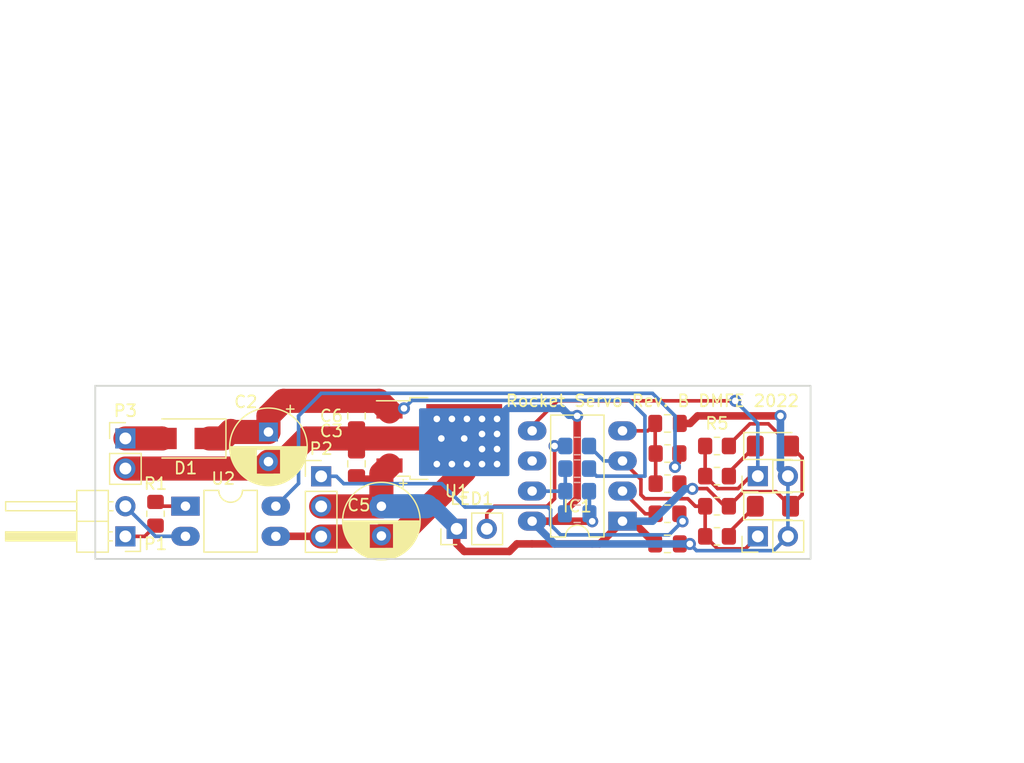
<source format=kicad_pcb>
(kicad_pcb (version 20211014) (generator pcbnew)
  (title_block (title "Rocket Servo") (date "2022-12-11") (rev "B") (company "DMFE"))
  (layers (0 "F.Cu" signal) (31 "B.Cu" signal) (34 "B.Paste" user) (35 "F.Paste" user) (36 "B.SilkS" user "B.Silkscreen") (37 "F.SilkS" user "F.Silkscreen") (38 "B.Mask" user) (39 "F.Mask" user) (44 "Edge.Cuts" user))
  (net 0 "")
  (net 1 "Net-(C1-Pad1)")
  (net 2 "GND")
  (net 3 "Net-(C2-Pad1)")
  (net 4 "+5V")
  (net 5 "Net-(D1-Pad2)")
  (net 6 "Net-(D3-Pad1)")
  (net 7 "Net-(D2-Pad1)")
  (net 9 "/BattV")
  (net 10 "Net-(P1-Pad1)")
  (net 11 "Net-(P1-Pad2)")
  (net 12 "Net-(IC1-Pad2)")
  (net 13 "Net-(IC1-Pad3)")
  (net 14 "Net-(R1-Pad1)")
  (net 15 "Net-(IC1-Pad5)")
  (net 16 "Net-(R2-Pad2)")
  (net 17 "Net-(P2-Pad1)")
  (net 18 "Net-(LED1-Pad2)")
  (footprint "Resistor_SMD:R_0805_2012Metric_Pad1.20x1.40mm_HandSolder" (layer "F.Cu") (at 144.51 88.9 180)
    (fp_text reference "R6" hide)
    (fp_text value "1K" hide)
    (pad "1" smd roundrect (at -1 0 180) (size 1.2 1.4) (layers "F.Cu" "F.Paste" "F.Mask") (roundrect_rratio 0.2083333333) (net 7 "Net-(D2-Pad1)"))
    (pad "2" smd roundrect (at 1 0 180) (size 1.2 1.4) (layers "F.Cu" "F.Paste" "F.Mask") (roundrect_rratio 0.2083333333) (net 15 "Net-(IC1-Pad5)"))
  )
  (footprint "Diode_SMD:D_SMA" (layer "F.Cu") (at 99.695 85.725 180)
    (fp_text reference "D1" (at 0 -2.5) (layer "F.SilkS"))
    (fp_text value "D" hide)
    (pad "1" smd rect (at -2 0 180) (size 2.5 1.8) (layers "F.Cu" "F.Paste" "F.Mask") (net 3 "Net-(C2-Pad1)"))
    (pad "2" smd rect (at 2 0 180) (size 2.5 1.8) (layers "F.Cu" "F.Paste" "F.Mask") (net 5 "Net-(D1-Pad2)"))
  )
  (footprint "Capacitor_SMD:C_0805_2012Metric_Pad1.18x1.45mm_HandSolder" (layer "F.Cu") (at 114.105 83.82 -90)
    (fp_text reference "C6" (at 0 2.115 180) (layer "F.SilkS"))
    (fp_text value ".1uF" hide)
    (pad "1" smd roundrect (at -1.0375 0 270) (size 1.175 1.45) (layers "F.Cu" "F.Paste" "F.Mask") (roundrect_rratio 0.2127659574) (net 3 "Net-(C2-Pad1)"))
    (pad "2" smd roundrect (at 1.0375 0 270) (size 1.175 1.45) (layers "F.Cu" "F.Paste" "F.Mask") (roundrect_rratio 0.2127659574) (net 2 "GND"))
  )
  (footprint "Connector_PinHeader_2.54mm:PinHeader_1x02_P2.54mm_Vertical" (layer "F.Cu") (at 94.615 85.72)
    (fp_text reference "P3" (at 0 -2.33) (layer "F.SilkS"))
    (fp_text value "Conn_01x02" hide)
    (pad "1" thru_hole rect (at 0 0) (size 1.7 1.7) (drill 1) (layers *.Cu *.Mask) (net 5 "Net-(D1-Pad2)"))
    (pad "2" thru_hole oval (at 0 2.54) (size 1.7 1.7) (drill 1) (layers *.Cu *.Mask) (net 2 "GND"))
  )
  (footprint "LED_SMD:LED_1206_3216Metric_Pad1.42x1.75mm_HandSolder" (layer "F.Cu") (at 149.225 91.44)
    (fp_text reference "D3" hide)
    (fp_text value "LED" hide)
    (pad "1" smd roundrect (at -1.4875 0) (size 1.425 1.75) (layers "F.Cu" "F.Paste" "F.Mask") (roundrect_rratio 0.1754392982) (net 6 "Net-(D3-Pad1)"))
    (pad "2" smd roundrect (at 1.4875 0) (size 1.425 1.75) (layers "F.Cu" "F.Paste" "F.Mask") (roundrect_rratio 0.1754392982) (net 4 "+5V"))
  )
  (footprint "Resistor_SMD:R_0805_2012Metric_Pad1.20x1.40mm_HandSolder" (layer "F.Cu") (at 140.335 92.075 180)
    (fp_text reference "R4" hide)
    (fp_text value "220R" hide)
    (pad "1" smd roundrect (at -1 0 180) (size 1.2 1.4) (layers "F.Cu" "F.Paste" "F.Mask") (roundrect_rratio 0.2083333333) (net 17 "Net-(P2-Pad1)"))
    (pad "2" smd roundrect (at 1 0 180) (size 1.2 1.4) (layers "F.Cu" "F.Paste" "F.Mask") (roundrect_rratio 0.2083333333) (net 12 "Net-(IC1-Pad2)"))
  )
  (footprint "Resistor_SMD:R_0805_2012Metric_Pad1.20x1.40mm_HandSolder" (layer "F.Cu") (at 144.51 86.36 180)
    (fp_text reference "R5" (at 0 1.905) (layer "F.SilkS"))
    (fp_text value "47K" hide)
    (pad "1" smd roundrect (at -1 0 180) (size 1.2 1.4) (layers "F.Cu" "F.Paste" "F.Mask") (roundrect_rratio 0.2083333333) (net 4 "+5V"))
    (pad "2" smd roundrect (at 1 0 180) (size 1.2 1.4) (layers "F.Cu" "F.Paste" "F.Mask") (roundrect_rratio 0.2083333333) (net 15 "Net-(IC1-Pad5)"))
  )
  (footprint "Package_TO_SOT_SMD:TO-252-3_TabPin2" (layer "F.Cu") (at 121.09 85.725)
    (fp_text reference "U1" (at 1.465 4.445) (layer "F.SilkS"))
    (fp_text value "L7805" hide)
    (pad "1" smd rect (at -4.2 -2.28) (size 2.2 1.2) (layers "F.Cu" "F.Paste" "F.Mask") (net 3 "Net-(C2-Pad1)"))
    (pad "2" smd rect (at 2.1 0) (size 6.4 5.8) (layers "F.Cu" "F.Mask") (net 2 "GND"))
    (pad "2" smd rect (at -4.2 0) (size 2.2 1.2) (layers "F.Cu" "F.Paste" "F.Mask") (net 2 "GND"))
    (pad "3" smd rect (at -4.2 2.28) (size 2.2 1.2) (layers "F.Cu" "F.Paste" "F.Mask") (net 4 "+5V"))
  )
  (footprint "LED_SMD:LED_1206_3216Metric_Pad1.42x1.75mm_HandSolder" (layer "F.Cu") (at 149.225 86.36)
    (fp_text reference "D2" hide)
    (fp_text value "LED" hide)
    (pad "1" smd roundrect (at -1.4875 0) (size 1.425 1.75) (layers "F.Cu" "F.Paste" "F.Mask") (roundrect_rratio 0.1754392982) (net 7 "Net-(D2-Pad1)"))
    (pad "2" smd roundrect (at 1.4875 0) (size 1.425 1.75) (layers "F.Cu" "F.Paste" "F.Mask") (roundrect_rratio 0.1754392982) (net 4 "+5V"))
  )
  (footprint "Connector_PinHeader_2.54mm:PinHeader_1x02_P2.54mm_Vertical" (layer "F.Cu") (at 122.555 93.345 90)
    (fp_text reference "LED1" (at 2.54 1.27 180) (layer "F.SilkS"))
    (fp_text value "Conn_01x02" hide)
    (pad "1" thru_hole rect (at 0 0 90) (size 1.7 1.7) (drill 1) (layers *.Cu *.Mask) (net 4 "+5V"))
    (pad "2" thru_hole oval (at 0 2.54 90) (size 1.7 1.7) (drill 1) (layers *.Cu *.Mask) (net 18 "Net-(LED1-Pad2)"))
  )
  (footprint "Resistor_SMD:R_0805_2012Metric_Pad1.20x1.40mm_HandSolder" (layer "F.Cu") (at 140.335 89.535 180)
    (fp_text reference "R3" hide)
    (fp_text value "10K" hide)
    (pad "1" smd roundrect (at -1 0 180) (size 1.2 1.4) (layers "F.Cu" "F.Paste" "F.Mask") (roundrect_rratio 0.2083333333) (net 4 "+5V"))
    (pad "2" smd roundrect (at 1 0 180) (size 1.2 1.4) (layers "F.Cu" "F.Paste" "F.Mask") (roundrect_rratio 0.2083333333) (net 1 "Net-(C1-Pad1)"))
  )
  (footprint "Capacitor_THT:CP_Radial_D6.3mm_P2.50mm" (layer "F.Cu") (at 116.205 91.44 -90)
    (fp_text reference "C5" (at -0.087621 1.905 180) (layer "F.SilkS"))
    (fp_text value "220uF" hide)
    (pad "1" thru_hole rect (at 0 0 270) (size 1.6 1.6) (drill 0.8) (layers *.Cu *.Mask) (net 4 "+5V"))
    (pad "2" thru_hole circle (at 2.5 0 270) (size 1.6 1.6) (drill 0.8) (layers *.Cu *.Mask) (net 2 "GND"))
  )
  (footprint "Connector_PinHeader_2.54mm:PinHeader_1x03_P2.54mm_Vertical" (layer "F.Cu") (at 111.125 88.915)
    (fp_text reference "P2" (at 0 -2.33) (layer "F.SilkS"))
    (fp_text value "Conn_01x03" hide)
    (pad "1" thru_hole rect (at 0 0) (size 1.7 1.7) (drill 1) (layers *.Cu *.Mask) (net 17 "Net-(P2-Pad1)"))
    (pad "2" thru_hole oval (at 0 2.54) (size 1.7 1.7) (drill 1) (layers *.Cu *.Mask) (net 4 "+5V"))
    (pad "3" thru_hole oval (at 0 5.08) (size 1.7 1.7) (drill 1) (layers *.Cu *.Mask) (net 2 "GND"))
  )
  (footprint "Connector_PinHeader_2.54mm:PinHeader_1x02_P2.54mm_Vertical" (layer "F.Cu") (at 147.95 88.9 90)
    (fp_text reference "SW1" hide)
    (fp_text value "Conn_01x02" hide)
    (pad "1" thru_hole rect (at 0 0 90) (size 1.7 1.7) (drill 1) (layers *.Cu *.Mask) (net 15 "Net-(IC1-Pad5)"))
    (pad "2" thru_hole oval (at 0 2.54 90) (size 1.7 1.7) (drill 1) (layers *.Cu *.Mask) (net 2 "GND"))
  )
  (footprint "Connector_PinHeader_2.54mm:PinHeader_1x02_P2.54mm_Vertical" (layer "F.Cu") (at 147.95 93.98 90)
    (fp_text reference "SW2" hide)
    (fp_text value "Conn_01x02" hide)
    (pad "1" thru_hole rect (at 0 0 90) (size 1.7 1.7) (drill 1) (layers *.Cu *.Mask) (net 13 "Net-(IC1-Pad3)"))
    (pad "2" thru_hole oval (at 0 2.54 90) (size 1.7 1.7) (drill 1) (layers *.Cu *.Mask) (net 2 "GND"))
  )
  (footprint "Capacitor_SMD:C_0805_2012Metric_Pad1.18x1.45mm_HandSolder" (layer "F.Cu") (at 114.105 87.8625 90)
    (fp_text reference "C3" (at 2.7725 -2.115 180) (layer "F.SilkS"))
    (fp_text value ".1uF" hide)
    (pad "1" smd roundrect (at -1.0375 0 90) (size 1.175 1.45) (layers "F.Cu" "F.Paste" "F.Mask") (roundrect_rratio 0.2127659574) (net 4 "+5V"))
    (pad "2" smd roundrect (at 1.0375 0 90) (size 1.175 1.45) (layers "F.Cu" "F.Paste" "F.Mask") (roundrect_rratio 0.2127659574) (net 2 "GND"))
  )
  (footprint "Capacitor_SMD:C_0805_2012Metric_Pad1.18x1.45mm_HandSolder" (layer "F.Cu") (at 140.335 84.455)
    (fp_text reference "C1" hide)
    (fp_text value ".1uF" hide)
    (pad "1" smd roundrect (at -1.0375 0) (size 1.175 1.45) (layers "F.Cu" "F.Paste" "F.Mask") (roundrect_rratio 0.2127659574) (net 1 "Net-(C1-Pad1)"))
    (pad "2" smd roundrect (at 1.0375 0) (size 1.175 1.45) (layers "F.Cu" "F.Paste" "F.Mask") (roundrect_rratio 0.2127659574) (net 2 "GND"))
  )
  (footprint "Package_DIP:DIP-4_W7.62mm_LongPads" (layer "F.Cu") (at 99.68 91.435)
    (fp_text reference "U2" (at 3.19 -2.33) (layer "F.SilkS"))
    (fp_text value "TLP227GN" hide)
    (pad "1" thru_hole rect (at 0 0) (size 2.4 1.6) (drill 0.8) (layers *.Cu *.Mask) (net 14 "Net-(R1-Pad1)"))
    (pad "2" thru_hole oval (at 0 2.54) (size 2.4 1.6) (drill 0.8) (layers *.Cu *.Mask) (net 11 "Net-(P1-Pad2)"))
    (pad "3" thru_hole oval (at 7.62 2.54) (size 2.4 1.6) (drill 0.8) (layers *.Cu *.Mask) (net 2 "GND"))
    (pad "4" thru_hole oval (at 7.62 0) (size 2.4 1.6) (drill 0.8) (layers *.Cu *.Mask) (net 16 "Net-(R2-Pad2)"))
  )
  (footprint "Connector_PinHeader_2.54mm:PinHeader_1x02_P2.54mm_Horizontal" (layer "F.Cu") (at 94.615 93.98 180)
    (fp_text reference "P1" (at -2.54 -0.635) (layer "F.SilkS"))
    (fp_text value "Conn_01x02" hide)
    (pad "1" thru_hole rect (at 0 0 180) (size 1.7 1.7) (drill 1) (layers *.Cu *.Mask) (net 10 "Net-(P1-Pad1)"))
    (pad "2" thru_hole oval (at 0 2.54 180) (size 1.7 1.7) (drill 1) (layers *.Cu *.Mask) (net 11 "Net-(P1-Pad2)"))
  )
  (footprint "Capacitor_SMD:C_0805_2012Metric_Pad1.18x1.45mm_HandSolder" (layer "F.Cu") (at 140.335 94.615)
    (fp_text reference "C4" hide)
    (fp_text value ".1uF" hide)
    (pad "1" smd roundrect (at -1.0375 0) (size 1.175 1.45) (layers "F.Cu" "F.Paste" "F.Mask") (roundrect_rratio 0.2127659574) (net 4 "+5V"))
    (pad "2" smd roundrect (at 1.0375 0) (size 1.175 1.45) (layers "F.Cu" "F.Paste" "F.Mask") (roundrect_rratio 0.2127659574) (net 2 "GND"))
  )
  (footprint "Resistor_SMD:R_0805_2012Metric_Pad1.20x1.40mm_HandSolder" (layer "F.Cu") (at 144.51 91.44 180)
    (fp_text reference "R7" hide)
    (fp_text value "47K" hide)
    (pad "1" smd roundrect (at -1 0 180) (size 1.2 1.4) (layers "F.Cu" "F.Paste" "F.Mask") (roundrect_rratio 0.2083333333) (net 4 "+5V"))
    (pad "2" smd roundrect (at 1 0 180) (size 1.2 1.4) (layers "F.Cu" "F.Paste" "F.Mask") (roundrect_rratio 0.2083333333) (net 13 "Net-(IC1-Pad3)"))
  )
  (footprint "Resistor_SMD:R_0805_2012Metric_Pad1.20x1.40mm_HandSolder" (layer "F.Cu") (at 140.335 86.995)
    (fp_text reference "R2" hide)
    (fp_text value "1K" hide)
    (pad "1" smd roundrect (at -1 0) (size 1.2 1.4) (layers "F.Cu" "F.Paste" "F.Mask") (roundrect_rratio 0.2083333333) (net 1 "Net-(C1-Pad1)"))
    (pad "2" smd roundrect (at 1 0) (size 1.2 1.4) (layers "F.Cu" "F.Paste" "F.Mask") (roundrect_rratio 0.2083333333) (net 16 "Net-(R2-Pad2)"))
  )
  (footprint "Resistor_SMD:R_0805_2012Metric_Pad1.20x1.40mm_HandSolder" (layer "F.Cu") (at 97.155 92.075 -90)
    (fp_text reference "R1" (at -2.54 0 -180) (layer "F.SilkS"))
    (fp_text value "220R" hide)
    (pad "1" smd roundrect (at -1 0 270) (size 1.2 1.4) (layers "F.Cu" "F.Paste" "F.Mask") (roundrect_rratio 0.2083333333) (net 14 "Net-(R1-Pad1)"))
    (pad "2" smd roundrect (at 1 0 270) (size 1.2 1.4) (layers "F.Cu" "F.Paste" "F.Mask") (roundrect_rratio 0.2083333333) (net 10 "Net-(P1-Pad1)"))
  )
  (footprint "Package_DIP:DIP-8_W7.62mm_LongPads" (layer "F.Cu") (at 136.54 92.7 180)
    (fp_text reference "IC1" (at 3.81 1.26) (layer "F.SilkS"))
    (fp_text value "PIC12F1822-I/P" hide)
    (pad "1" thru_hole rect (at 0 0 180) (size 2.4 1.6) (drill 0.8) (layers *.Cu *.Mask) (net 4 "+5V"))
    (pad "2" thru_hole oval (at 0 2.54 180) (size 2.4 1.6) (drill 0.8) (layers *.Cu *.Mask) (net 12 "Net-(IC1-Pad2)"))
    (pad "3" thru_hole oval (at 0 5.08 180) (size 2.4 1.6) (drill 0.8) (layers *.Cu *.Mask) (net 13 "Net-(IC1-Pad3)"))
    (pad "4" thru_hole oval (at 0 7.62 180) (size 2.4 1.6) (drill 0.8) (layers *.Cu *.Mask) (net 1 "Net-(C1-Pad1)"))
    (pad "5" thru_hole oval (at 7.62 7.62 180) (size 2.4 1.6) (drill 0.8) (layers *.Cu *.Mask) (net 15 "Net-(IC1-Pad5)"))
    (pad "6" thru_hole oval (at 7.62 5.08 180) (size 2.4 1.6) (drill 0.8) (layers *.Cu *.Mask))
    (pad "7" thru_hole oval (at 7.62 2.54 180) (size 2.4 1.6) (drill 0.8) (layers *.Cu *.Mask) (net 9 "/BattV"))
    (pad "8" thru_hole oval (at 7.62 0 180) (size 2.4 1.6) (drill 0.8) (layers *.Cu *.Mask) (net 2 "GND"))
  )
  (footprint "Capacitor_THT:CP_Radial_D6.3mm_P2.50mm" (layer "F.Cu") (at 106.68 85.177621 -90)
    (fp_text reference "C2" (at -2.54 1.905 180) (layer "F.SilkS"))
    (fp_text value "33uF" hide)
    (pad "1" thru_hole rect (at 0 0 270) (size 1.6 1.6) (drill 0.8) (layers *.Cu *.Mask) (net 3 "Net-(C2-Pad1)"))
    (pad "2" thru_hole circle (at 2.5 0 270) (size 1.6 1.6) (drill 0.8) (layers *.Cu *.Mask) (net 2 "GND"))
  )
  (footprint "Resistor_SMD:R_0805_2012Metric_Pad1.20x1.40mm_HandSolder" (layer "F.Cu") (at 144.51 93.98 180)
    (fp_text reference "R8" hide)
    (fp_text value "1K" hide)
    (pad "1" smd roundrect (at -1 0 180) (size 1.2 1.4) (layers "F.Cu" "F.Paste" "F.Mask") (roundrect_rratio 0.2083333333) (net 6 "Net-(D3-Pad1)"))
    (pad "2" smd roundrect (at 1 0 180) (size 1.2 1.4) (layers "F.Cu" "F.Paste" "F.Mask") (roundrect_rratio 0.2083333333) (net 13 "Net-(IC1-Pad3)"))
  )
  (footprint "Resistor_SMD:R_0805_2012Metric_Pad1.20x1.40mm_HandSolder" (layer "B.Cu") (at 132.715 88.265)
    (fp_text reference "R10" hide)
    (fp_text value "20K")
    (pad "1" smd roundrect (at -1 0) (size 1.2 1.4) (layers "B.Cu" "B.Paste" "B.Mask") (roundrect_rratio 0.208333) (net 9 "/BattV"))
    (pad "2" smd roundrect (at 1 0) (size 1.2 1.4) (layers "B.Cu" "B.Paste" "B.Mask") (roundrect_rratio 0.208333) (net 3 "Net-(C2-Pad1)"))
  )
  (footprint "Resistor_SMD:R_0805_2012Metric_Pad1.20x1.40mm_HandSolder" (layer "B.Cu") (at 132.715 86.36 180)
    (fp_text reference "R9" hide)
    (fp_text value "270")
    (pad "1" smd roundrect (at -1 0 180) (size 1.2 1.4) (layers "B.Cu" "B.Paste" "B.Mask") (roundrect_rratio 0.208333) (net 13 "Net-(IC1-Pad3)"))
    (pad "2" smd roundrect (at 1 0 180) (size 1.2 1.4) (layers "B.Cu" "B.Paste" "B.Mask") (roundrect_rratio 0.208333) (net 18 "Net-(LED1-Pad2)"))
  )
  (footprint "Resistor_SMD:R_0805_2012Metric_Pad1.20x1.40mm_HandSolder" (layer "B.Cu") (at 132.715 90.17 180)
    (fp_text reference "R11" hide)
    (fp_text value "1K")
    (pad "1" smd roundrect (at -1 0 180) (size 1.2 1.4) (layers "B.Cu" "B.Paste" "B.Mask") (roundrect_rratio 0.208333) (net 2 "GND"))
    (pad "2" smd roundrect (at 1 0 180) (size 1.2 1.4) (layers "B.Cu" "B.Paste" "B.Mask") (roundrect_rratio 0.208333) (net 9 "/BattV"))
  )
  (footprint "Capacitor_SMD:C_0805_2012Metric_Pad1.18x1.45mm_HandSolder" (layer "B.Cu") (at 132.715 92.075)
    (fp_text reference "C7" hide)
    (fp_text value ".1uF")
    (pad "1" smd roundrect (at -1.0375 0) (size 1.175 1.45) (layers "B.Cu" "B.Paste" "B.Mask") (roundrect_rratio 0.212766) (net 9 "/BattV"))
    (pad "2" smd roundrect (at 1.0375 0) (size 1.175 1.45) (layers "B.Cu" "B.Paste" "B.Mask") (roundrect_rratio 0.212766) (net 2 "GND"))
  )
  (gr_rect (start 152.4 95.885) (end 92.075 81.28) (layer "Edge.Cuts") (width 0.15) (fill none))
  (gr_text "Rocket Servo Rev. B DMFE 2022" (at 139.065 82.55) (layer "F.SilkS") (effects (font (size 1 1))))
  (segment (start 138.6725 85.08) (end 139.2975 84.455) (width 0.3048) (layer "F.Cu") (net 1))
  (segment (start 139.2975 86.9575) (end 139.335 86.995) (width 0.3048) (layer "F.Cu") (net 1))
  (segment (start 139.335 89.535) (end 139.335 86.995) (width 0.3048) (layer "F.Cu") (net 1))
  (segment (start 139.2975 84.455) (end 139.2975 86.9575) (width 0.3048) (layer "F.Cu") (net 1))
  (segment (start 136.54 85.08) (end 138.6725 85.08) (width 0.3048) (layer "F.Cu") (net 1))
  (segment (start 133.985 92.71) (end 133.975 92.7) (width 0.3048) (layer "F.Cu") (net 2))
  (segment (start 121.26 85.725) (end 123.19 85.725) (width 1.27) (layer "F.Cu") (net 2))
  (segment (start 142.24 84.455) (end 142.875 83.82) (width 0.635) (layer "F.Cu") (net 2))
  (segment (start 133.975 92.7) (end 128.92 92.7) (width 0.635) (layer "F.Cu") (net 2))
  (segment (start 114.105 85.77) (end 114.105 86.825) (width 0.635) (layer "F.Cu") (net 2))
  (segment (start 94.615 88.26) (end 106.097621 88.26) (width 2.032) (layer "F.Cu") (net 2))
  (segment (start 132.715 90.805) (end 132.715 83.82) (width 0.635) (layer "F.Cu") (net 2))
  (segment (start 117.737 93.94) (end 123.19 88.487) (width 2.032) (layer "F.Cu") (net 2))
  (segment (start 141.3725 84.455) (end 142.24 84.455) (width 0.635) (layer "F.Cu") (net 2))
  (segment (start 116.89 85.725) (end 114.15 85.725) (width 0.635) (layer "F.Cu") (net 2))
  (segment (start 107.3 93.975) (end 111.105 93.975) (width 0.635) (layer "F.Cu") (net 2))
  (segment (start 142.22129 94.618762) (end 141.376262 94.618762) (width 0.3048) (layer "F.Cu") (net 2))
  (segment (start 114.15 85.725) (end 114.105 85.77) (width 0.635) (layer "F.Cu") (net 2))
  (segment (start 132.08 91.44) (end 132.715 90.805) (width 0.635) (layer "F.Cu") (net 2))
  (segment (start 107.902379 87.677621) (end 109.855 85.725) (width 2.032) (layer "F.Cu") (net 2))
  (segment (start 114.105 84.8575) (end 114.105 85.77) (width 0.635) (layer "F.Cu") (net 2))
  (segment (start 106.097621 88.26) (end 106.68 87.677621) (width 2.032) (layer "F.Cu") (net 2))
  (segment (start 117.435 93.94) (end 117.737 93.94) (width 2.032) (layer "F.Cu") (net 2))
  (segment (start 116.89 85.725) (end 121.26 85.725) (width 1.27) (layer "F.Cu") (net 2))
  (segment (start 141.376262 94.618762) (end 141.3725 94.615) (width 0.3048) (layer "F.Cu") (net 2))
  (segment (start 116.15 93.995) (end 116.205 93.94) (width 2.032) (layer "F.Cu") (net 2))
  (segment (start 106.68 87.677621) (end 107.902379 87.677621) (width 2.032) (layer "F.Cu") (net 2))
  (segment (start 142.875 83.82) (end 149.86 83.82) (width 0.635) (layer "F.Cu") (net 2))
  (segment (start 111.125 93.995) (end 116.15 93.995) (width 2.032) (layer "F.Cu") (net 2))
  (segment (start 128.92 92.7) (end 130.82 92.7) (width 0.635) (layer "F.Cu") (net 2))
  (segment (start 109.855 85.725) (end 123.19 85.725) (width 2.032) (layer "F.Cu") (net 2))
  (segment (start 123.19 88.487) (end 123.19 85.725) (width 2.032) (layer "F.Cu") (net 2))
  (segment (start 111.105 93.975) (end 111.125 93.995) (width 0.635) (layer "F.Cu") (net 2))
  (segment (start 116.205 93.94) (end 117.435 93.94) (width 2.032) (layer "F.Cu") (net 2))
  (segment (start 130.82 92.7) (end 132.08 91.44) (width 0.635) (layer "F.Cu") (net 2))
  (via (at 133.985 92.71) (size 1.016) (drill 0.5588) (layers "F.Cu" "B.Cu") (net 2))
  (via (at 124.69 84.075) (size 1.016) (drill 0.5588) (layers "F.Cu" "B.Cu") (net 2))
  (via (at 125.96 85.345) (size 1.016) (drill 0.5588) (layers "F.Cu" "B.Cu") (net 2))
  (via (at 123.42 87.885) (size 1.016) (drill 0.5588) (layers "F.Cu" "B.Cu") (net 2))
  (via (at 124.69 85.345) (size 1.016) (drill 0.5588) (layers "F.Cu" "B.Cu") (net 2))
  (via (at 125.96 87.885) (size 1.016) (drill 0.5588) (layers "F.Cu" "B.Cu") (net 2))
  (via (at 123.19 85.725) (size 1.016) (drill 0.5588) (layers "F.Cu" "B.Cu") (net 2))
  (via (at 120.88 87.885) (size 1.016) (drill 0.5588) (layers "F.Cu" "B.Cu") (net 2))
  (via (at 122.15 87.885) (size 1.016) (drill 0.5588) (layers "F.Cu" "B.Cu") (net 2))
  (via (at 123.42 84.075) (size 1.016) (drill 0.5588) (layers "F.Cu" "B.Cu") (net 2))
  (via (at 124.69 86.615) (size 1.016) (drill 0.5588) (layers "F.Cu" "B.Cu") (net 2))
  (via (at 125.96 86.615) (size 1.016) (drill 0.5588) (layers "F.Cu" "B.Cu") (net 2))
  (via (at 121.26 85.725) (size 1.016) (drill 0.5588) (layers "F.Cu" "B.Cu") (net 2))
  (via (at 122.15 84.075) (size 1.016) (drill 0.5588) (layers "F.Cu" "B.Cu") (net 2))
  (via (at 125.96 84.075) (size 1.016) (drill 0.5588) (layers "F.Cu" "B.Cu") (net 2))
  (via (at 124.69 87.885) (size 1.016) (drill 0.5588) (layers "F.Cu" "B.Cu") (net 2))
  (via (at 149.86 83.82) (size 1.016) (drill 0.5588) (layers "F.Cu" "B.Cu") (net 2))
  (via (at 120.88 84.075) (size 1.016) (drill 0.5588) (layers "F.Cu" "B.Cu") (net 2))
  (via (at 142.22129 94.618762) (size 1.016) (drill 0.5588) (layers "F.Cu" "B.Cu") (net 2))
  (via (at 132.715 83.82) (size 1.016) (drill 0.5588) (layers "F.Cu" "B.Cu") (net 2))
  (segment (start 133.7525 92.075) (end 133.7525 92.4775) (width 0.3048) (layer "B.Cu") (net 2))
  (segment (start 133.7525 92.4775) (end 133.985 92.71) (width 0.3048) (layer "B.Cu") (net 2))
  (segment (start 133.7525 92.075) (end 133.7525 90.2075) (width 0.3048) (layer "B.Cu") (net 2))
  (segment (start 132.715 83.82) (end 132.6575 83.7625) (width 0.635) (layer "B.Cu") (net 2))
  (segment (start 126.85 83.185) (end 125.96 84.075) (width 0.635) (layer "B.Cu") (net 2))
  (segment (start 149.2876 95.1824) (end 142.784928 95.1824) (width 0.3048) (layer "B.Cu") (net 2))
  (segment (start 128.92 92.725) (end 130.813762 94.618762) (width 0.635) (layer "B.Cu") (net 2))
  (segment (start 130.813762 94.618762) (end 133.981238 94.618762) (width 0.635) (layer "B.Cu") (net 2))
  (segment (start 149.86 88.27) (end 150.49 88.9) (width 0.635) (layer "B.Cu") (net 2))
  (segment (start 133.7525 90.2075) (end 133.715 90.17) (width 0.3048) (layer "B.Cu") (net 2))
  (segment (start 150.49 93.98) (end 150.49 88.9) (width 0.3048) (layer "B.Cu") (net 2))
  (segment (start 128.92 92.7) (end 128.92 92.725) (width 0.635) (layer "B.Cu") (net 2))
  (segment (start 150.49 93.98) (end 149.2876 95.1824) (width 0.3048) (layer "B.Cu") (net 2))
  (segment (start 131.445 83.185) (end 126.85 83.185) (width 0.635) (layer "B.Cu") (net 2))
  (segment (start 132.6575 83.7625) (end 132.0225 83.7625) (width 0.635) (layer "B.Cu") (net 2))
  (segment (start 132.0225 83.7625) (end 131.445 83.185) (width 0.635) (layer "B.Cu") (net 2))
  (segment (start 149.86 83.82) (end 149.86 88.27) (width 0.635) (layer "B.Cu") (net 2))
  (segment (start 133.981238 94.618762) (end 142.22129 94.618762) (width 0.635) (layer "B.Cu") (net 2))
  (segment (start 142.784928 95.1824) (end 142.22129 94.618762) (width 0.3048) (layer "B.Cu") (net 2))
  (segment (start 106.68 83.82) (end 107.95 82.55) (width 2.032) (layer "F.Cu") (net 3))
  (segment (start 101.695 85.725) (end 102.87 85.725) (width 2.032) (layer "F.Cu") (net 3))
  (segment (start 115.995 82.55) (end 116.89 83.445) (width 2.032) (layer "F.Cu") (net 3))
  (segment (start 114.105 82.7825) (end 116.2275 82.7825) (width 0.635) (layer "F.Cu") (net 3))
  (segment (start 107.95 82.55) (end 115.995 82.55) (width 2.032) (layer "F.Cu") (net 3))
  (segment (start 103.505 85.09) (end 103.592621 85.177621) (width 2.032) (layer "F.Cu") (net 3))
  (segment (start 118.11 83.185) (end 117.15 83.185) (width 0.3048) (layer "F.Cu") (net 3))
  (segment (start 102.87 85.725) (end 103.505 85.09) (width 2.032) (layer "F.Cu") (net 3))
  (segment (start 117.15 83.185) (end 116.89 83.445) (width 0.3048) (layer "F.Cu") (net 3))
  (segment (start 116.2275 82.7825) (end 116.89 83.445) (width 0.635) (layer "F.Cu") (net 3))
  (segment (start 106.68 85.177621) (end 106.68 83.82) (width 2.032) (layer "F.Cu") (net 3))
  (segment (start 103.592621 85.177621) (end 106.68 85.177621) (width 2.032) (layer "F.Cu") (net 3))
  (via (at 118.11 83.185) (size 1.016) (drill 0.5588) (layers "F.Cu" "B.Cu") (net 3))
  (segment (start 134.35 88.9) (end 138.43 88.9) (width 0.3048) (layer "B.Cu") (net 3))
  (segment (start 138.43 88.9) (end 138.43 83.82) (width 0.3048) (layer "B.Cu") (net 3))
  (segment (start 118.779401 82.515599) (end 118.11 83.185) (width 0.3048) (layer "B.Cu") (net 3))
  (segment (start 137.125599 82.515599) (end 118.779401 82.515599) (width 0.3048) (layer "B.Cu") (net 3))
  (segment (start 133.715 88.265) (end 134.35 88.9) (width 0.3048) (layer "B.Cu") (net 3))
  (segment (start 138.43 83.82) (end 137.125599 82.515599) (width 0.3048) (layer "B.Cu") (net 3))
  (segment (start 151.6924 90.4601) (end 151.6924 87.3399) (width 0.3048) (layer "F.Cu") (net 4))
  (segment (start 128.905 94.615) (end 127.635 94.615) (width 0.635) (layer "F.Cu") (net 4))
  (segment (start 116.205 88.69) (end 116.89 88.005) (width 2.032) (layer "F.Cu") (net 4))
  (segment (start 127.635 94.615) (end 127 95.25) (width 0.635) (layer "F.Cu") (net 4))
  (segment (start 111.125 91.455) (end 116.19 91.455) (width 2.032) (layer "F.Cu") (net 4))
  (segment (start 136.535 92.7) (end 134.62 94.615) (width 0.635) (layer "F.Cu") (net 4))
  (segment (start 146.7374 90.2126) (end 149.4851 90.2126) (width 0.3048) (layer "F.Cu") (net 4))
  (segment (start 116.205 91.44) (end 116.205 88.69) (width 2.032) (layer "F.Cu") (net 4))
  (segment (start 148.841901 84.489401) (end 147.285599 84.489401) (width 0.3048) (layer "F.Cu") (net 4))
  (segment (start 116.19 91.455) (end 116.205 91.44) (width 2.032) (layer "F.Cu") (net 4))
  (segment (start 145.161922 91.44) (end 143.674322 89.9524) (width 0.3048) (layer "F.Cu") (net 4))
  (segment (start 116.89 88.065) (end 115.8 89.155) (width 0.635) (layer "F.Cu") (net 4))
  (segment (start 114.36 89.155) (end 114.105 88.9) (width 0.635) (layer "F.Cu") (net 4))
  (segment (start 151.6924 87.3399) (end 150.7125 86.36) (width 0.3048) (layer "F.Cu") (net 4))
  (segment (start 122.555 94.615) (end 122.555 93.345) (width 0.635) (layer "F.Cu") (net 4))
  (segment (start 123.19 95.25) (end 122.555 94.615) (width 0.635) (layer "F.Cu") (net 4))
  (segment (start 137.3825 92.7) (end 139.2975 94.615) (width 0.635) (layer "F.Cu") (net 4))
  (segment (start 150.7125 86.36) (end 148.841901 84.489401) (width 0.3048) (layer "F.Cu") (net 4))
  (segment (start 147.285599 84.489401) (end 145.51 86.265) (width 0.3048) (layer "F.Cu") (net 4))
  (segment (start 116.89 88.005) (end 116.89 88.065) (width 0.635) (layer "F.Cu") (net 4))
  (segment (start 136.54 92.7) (end 136.535 92.7) (width 0.635) (layer "F.Cu") (net 4))
  (segment (start 145.51 91.44) (end 146.7374 90.2126) (width 0.3048) (layer "F.Cu") (net 4))
  (segment (start 115.8 89.155) (end 114.36 89.155) (width 0.635) (layer "F.Cu") (net 4))
  (segment (start 149.4851 90.2126) (end 150.7125 91.44) (width 0.3048) (layer "F.Cu") (net 4))
  (segment (start 145.51 91.44) (end 145.161922 91.44) (width 0.3048) (layer "F.Cu") (net 4))
  (segment (start 134.62 94.615) (end 128.905 94.615) (width 0.635) (layer "F.Cu") (net 4))
  (segment (start 150.7125 91.44) (end 151.6924 90.4601) (width 0.3048) (layer "F.Cu") (net 4))
  (segment (start 141.7524 89.9524) (end 141.335 89.535) (width 0.3048) (layer "F.Cu") (net 4))
  (segment (start 136.54 92.7) (end 137.3825 92.7) (width 0.635) (layer "F.Cu") (net 4))
  (segment (start 143.674322 89.9524) (end 141.7524 89.9524) (width 0.3048) (layer "F.Cu") (net 4))
  (segment (start 145.51 86.265) (end 145.51 86.36) (width 0.3048) (layer "F.Cu") (net 4))
  (segment (start 127 95.25) (end 123.19 95.25) (width 0.635) (layer "F.Cu") (net 4))
  (via (at 142.433187 89.973338) (size 1.016) (drill 0.5588) (layers "F.Cu" "B.Cu") (net 4))
  (segment (start 122.555 93.345) (end 120.65 91.44) (width 1.27) (layer "B.Cu") (net 4))
  (segment (start 116.205 91.44) (end 120.015 91.44) (width 2.032) (layer "B.Cu") (net 4))
  (segment (start 141.801662 89.973338) (end 142.433187 89.973338) (width 0.635) (layer "B.Cu") (net 4))
  (segment (start 139.075 92.7) (end 141.801662 89.973338) (width 0.635) (layer "B.Cu") (net 4))
  (segment (start 136.54 92.7) (end 139.075 92.7) (width 0.635) (layer "B.Cu") (net 4))
  (segment (start 120.65 91.44) (end 120.015 91.44) (width 1.27) (layer "B.Cu") (net 4))
  (segment (start 97.69 85.72) (end 97.695 85.725) (width 2.032) (layer "F.Cu") (net 5))
  (segment (start 94.615 85.72) (end 97.69 85.72) (width 2.032) (layer "F.Cu") (net 5))
  (segment (start 145.51 93.98) (end 145.51 93.6675) (width 0.3048) (layer "F.Cu") (net 6))
  (segment (start 145.51 93.6675) (end 147.7375 91.44) (width 0.3048) (layer "F.Cu") (net 6))
  (segment (start 145.51 88.9) (end 145.51 88.5875) (width 0.3048) (layer "F.Cu") (net 7))
  (segment (start 145.51 88.5875) (end 147.7375 86.36) (width 0.3048) (layer "F.Cu") (net 7))
  (segment (start 131.715 88.265) (end 131.715 90.17) (width 0.3048) (layer "B.Cu") (net 9))
  (segment (start 131.6775 92.075) (end 131.6775 90.2075) (width 0.3048) (layer "B.Cu") (net 9))
  (segment (start 131.6775 90.2075) (end 131.715 90.17) (width 0.3048) (layer "B.Cu") (net 9))
  (segment (start 128.93 90.17) (end 128.92 90.16) (width 0.3048) (layer "B.Cu") (net 9))
  (segment (start 131.715 90.17) (end 128.93 90.17) (width 0.3048) (layer "B.Cu") (net 9))
  (segment (start 94.615 93.98) (end 96.25 93.98) (width 0.3048) (layer "F.Cu") (net 10))
  (segment (start 96.25 93.98) (end 97.155 93.075) (width 0.3048) (layer "F.Cu") (net 10))
  (segment (start 99.68 93.975) (end 97.15 93.975) (width 0.3048) (layer "B.Cu") (net 11))
  (segment (start 97.15 93.975) (end 94.615 91.44) (width 0.3048) (layer "B.Cu") (net 11))
  (segment (start 139.335 92.075) (end 138.455 92.075) (width 0.3048) (layer "F.Cu") (net 12))
  (segment (start 138.455 92.075) (end 136.54 90.16) (width 0.3048) (layer "F.Cu") (net 12))
  (segment (start 143.51 93.98) (end 143.51 91.44) (width 0.3048) (layer "F.Cu") (net 13))
  (segment (start 144.5624 95.0324) (end 143.51 93.98) (width 0.3048) (layer "F.Cu") (net 13))
  (segment (start 138.0924 89.1724) (end 138.0924 90.4674) (width 0.3048) (layer "F.Cu") (net 13))
  (segment (start 138.0924 90.4674) (end 138.43 90.805) (width 0.3048) (layer "F.Cu") (net 13))
  (segment (start 142.048766 90.805) (end 142.683766 91.44) (width 0.3048) (layer "F.Cu") (net 13))
  (segment (start 147.95 93.98) (end 146.8976 95.0324) (width 0.3048) (layer "F.Cu") (net 13))
  (segment (start 136.54 87.62) (end 138.0924 89.1724) (width 0.3048) (layer "F.Cu") (net 13))
  (segment (start 138.43 90.805) (end 142.048766 90.805) (width 0.3048) (layer "F.Cu") (net 13))
  (segment (start 142.683766 91.44) (end 143.51 91.44) (width 0.3048) (layer "F.Cu") (net 13))
  (segment (start 146.8976 95.0324) (end 144.5624 95.0324) (width 0.3048) (layer "F.Cu") (net 13))
  (segment (start 134.975 87.62) (end 136.54 87.62) (width 0.3048) (layer "B.Cu") (net 13))
  (segment (start 133.715 86.36) (end 134.975 87.62) (width 0.3048) (layer "B.Cu") (net 13))
  (segment (start 97.515 91.435) (end 97.155 91.075) (width 0.3048) (layer "F.Cu") (net 14))
  (segment (start 99.68 91.435) (end 97.515 91.435) (width 0.3048) (layer "F.Cu") (net 14))
  (segment (start 128.92 84.68) (end 131.05 82.55) (width 0.3048) (layer "F.Cu") (net 15))
  (segment (start 144.5624 89.9524) (end 143.51 88.9) (width 0.3048) (layer "F.Cu") (net 15))
  (segment (start 128.92 85.08) (end 128.92 84.68) (width 0.3048) (layer "F.Cu") (net 15))
  (segment (start 131.05 82.55) (end 146.05 82.55) (width 0.3048) (layer "F.Cu") (net 15))
  (segment (start 146.28441 89.9524) (end 144.5624 89.9524) (width 0.3048) (layer "F.Cu") (net 15))
  (segment (start 143.51 88.9) (end 143.51 86.36) (width 0.3048) (layer "F.Cu") (net 15))
  (segment (start 147.95 88.9) (end 147.33681 88.9) (width 0.3048) (layer "F.Cu") (net 15))
  (segment (start 147.33681 88.9) (end 146.28441 89.9524) (width 0.3048) (layer "F.Cu") (net 15))
  (via (at 146.05 82.55) (size 1.016) (drill 0.5588) (layers "F.Cu" "B.Cu") (net 15))
  (segment (start 146.05 82.55) (end 147.95 84.45) (width 0.3048) (layer "B.Cu") (net 15))
  (segment (start 147.95 84.45) (end 147.95 88.9) (width 0.3048) (layer "B.Cu") (net 15))
  (segment (start 141.335 87.760148) (end 140.967488 88.12766) (width 0.3048) (layer "F.Cu") (net 16))
  (segment (start 141.335 86.995) (end 141.335 87.760148) (width 0.3048) (layer "F.Cu") (net 16))
  (via (at 140.967488 88.12766) (size 1.016) (drill 0.5588) (layers "F.Cu" "B.Cu") (net 16))
  (segment (start 107.3 91.435) (end 109.22 89.515) (width 0.3048) (layer "B.Cu") (net 16))
  (segment (start 140.97 85.09) (end 140.967488 85.092512) (width 0.3048) (layer "B.Cu") (net 16))
  (segment (start 140.967488 85.092512) (end 140.967488 88.12766) (width 0.3048) (layer "B.Cu") (net 16))
  (segment (start 139.065 81.915) (end 140.97 83.82) (width 0.3048) (layer "B.Cu") (net 16))
  (segment (start 140.97 83.82) (end 140.97 85.09) (width 0.3048) (layer "B.Cu") (net 16))
  (segment (start 109.22 89.515) (end 109.22 83.82) (width 0.3048) (layer "B.Cu") (net 16))
  (segment (start 109.22 83.82) (end 111.125 81.915) (width 0.3048) (layer "B.Cu") (net 16))
  (segment (start 111.125 81.915) (end 139.065 81.915) (width 0.3048) (layer "B.Cu") (net 16))
  (segment (start 141.335 92.44) (end 141.605 92.71) (width 0.3048) (layer "F.Cu") (net 17))
  (segment (start 141.335 92.075) (end 141.335 92.44) (width 0.3048) (layer "F.Cu") (net 17))
  (via (at 141.605 92.71) (size 1.016) (drill 0.5588) (layers "F.Cu" "B.Cu") (net 17))
  (segment (start 131.3174 93.8524) (end 130.4719 93.0069) (width 0.3048) (layer "B.Cu") (net 17))
  (segment (start 113.03 89.535) (end 112.41 88.915) (width 0.3048) (layer "B.Cu") (net 17))
  (segment (start 140.4626 93.8524) (end 131.3174 93.8524) (width 0.3048) (layer "B.Cu") (net 17))
  (segment (start 130.4719 91.7369) (end 130.2469 91.5119) (width 0.3048) (layer "B.Cu") (net 17))
  (segment (start 123.2619 91.5119) (end 121.285 89.535) (width 0.3048) (layer "B.Cu") (net 17))
  (segment (start 121.285 89.535) (end 113.03 89.535) (width 0.3048) (layer "B.Cu") (net 17))
  (segment (start 130.2469 91.5119) (end 123.2619 91.5119) (width 0.3048) (layer "B.Cu") (net 17))
  (segment (start 112.41 88.915) (end 111.125 88.915) (width 0.3048) (layer "B.Cu") (net 17))
  (segment (start 141.605 92.71) (end 140.4626 93.8524) (width 0.3048) (layer "B.Cu") (net 17))
  (segment (start 130.4719 93.0069) (end 130.4719 91.7369) (width 0.3048) (layer "B.Cu") (net 17))
  (segment (start 125.095 92.075) (end 125.095 93.345) (width 0.3048) (layer "F.Cu") (net 18))
  (segment (start 130.175 91.44) (end 125.73 91.44) (width 0.3048) (layer "F.Cu") (net 18))
  (segment (start 125.73 91.44) (end 125.095 92.075) (width 0.3048) (layer "F.Cu") (net 18))
  (segment (start 130.81 90.805) (end 130.175 91.44) (width 0.3048) (layer "F.Cu") (net 18))
  (segment (start 130.81 86.36) (end 130.81 90.805) (width 0.3048) (layer "F.Cu") (net 18))
  (via (at 130.81 86.36) (size 1.016) (drill 0.5588) (layers "F.Cu" "B.Cu") (net 18))
  (segment (start 131.715 86.36) (end 130.81 86.36) (width 0.3048) (layer "B.Cu") (net 18))
  (zone (net 2) (net_name "GND") (layer "B.Cu") (connect_pads yes (clearance 0.508)) (min_thickness 0.254) (fill yes (thermal_gap 0.508) (thermal_bridge_width 0.508))
    (polygon (pts (xy 127 88.9) (xy 119.38 88.9) (xy 119.38 82.55) (xy 127 82.55)))
  )
)
</source>
